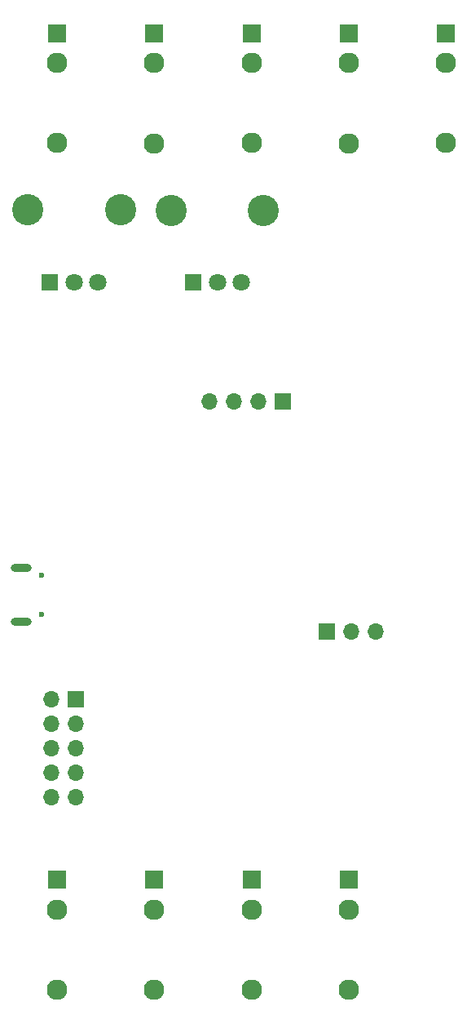
<source format=gbr>
%TF.GenerationSoftware,KiCad,Pcbnew,6.0.4-1.fc35*%
%TF.CreationDate,2022-07-20T22:04:06-04:00*%
%TF.ProjectId,vccg,76636367-2e6b-4696-9361-645f70636258,rev?*%
%TF.SameCoordinates,Original*%
%TF.FileFunction,Soldermask,Bot*%
%TF.FilePolarity,Negative*%
%FSLAX46Y46*%
G04 Gerber Fmt 4.6, Leading zero omitted, Abs format (unit mm)*
G04 Created by KiCad (PCBNEW 6.0.4-1.fc35) date 2022-07-20 22:04:06*
%MOMM*%
%LPD*%
G01*
G04 APERTURE LIST*
%ADD10C,3.240000*%
%ADD11R,1.800000X1.800000*%
%ADD12C,1.800000*%
%ADD13R,1.930000X1.830000*%
%ADD14C,2.130000*%
%ADD15R,1.700000X1.700000*%
%ADD16O,1.700000X1.700000*%
%ADD17C,0.600000*%
%ADD18O,2.150000X0.900000*%
G04 APERTURE END LIST*
D10*
%TO.C,RV2*%
X179959600Y-44534600D03*
X189559600Y-44534600D03*
D11*
X182259600Y-52034600D03*
D12*
X184759600Y-52034600D03*
X187259600Y-52034600D03*
%TD*%
D13*
%TO.C,J3*%
X203200000Y-26200000D03*
D14*
X203200000Y-37600000D03*
X203200000Y-29300000D03*
%TD*%
D13*
%TO.C,J10*%
X203200000Y-114020000D03*
D14*
X203200000Y-125420000D03*
X203200000Y-117120000D03*
%TD*%
D13*
%TO.C,J11*%
X183000000Y-114020000D03*
D14*
X183000000Y-125420000D03*
X183000000Y-117120000D03*
%TD*%
D15*
%TO.C,J6*%
X184975000Y-95295000D03*
D16*
X182435000Y-95295000D03*
X184975000Y-97835000D03*
X182435000Y-97835000D03*
X184975000Y-100375000D03*
X182435000Y-100375000D03*
X184975000Y-102915000D03*
X182435000Y-102915000D03*
X184975000Y-105455000D03*
X182435000Y-105455000D03*
%TD*%
D13*
%TO.C,J2*%
X183000000Y-26200000D03*
D14*
X183000000Y-37600000D03*
X183000000Y-29300000D03*
%TD*%
D15*
%TO.C,J7*%
X211055000Y-88260000D03*
D16*
X213595000Y-88260000D03*
X216135000Y-88260000D03*
%TD*%
D17*
%TO.C,J8*%
X181365000Y-86480400D03*
X181365000Y-82480400D03*
D18*
X179295000Y-87305400D03*
X179295000Y-81655400D03*
%TD*%
D15*
%TO.C,J9*%
X206451200Y-64439800D03*
D16*
X203911200Y-64439800D03*
X201371200Y-64439800D03*
X198831200Y-64439800D03*
%TD*%
D14*
%TO.C,J5*%
X213300000Y-29320000D03*
X213300000Y-37620000D03*
D13*
X213300000Y-26220000D03*
%TD*%
%TO.C,J13*%
X213300000Y-114020000D03*
D14*
X213300000Y-125420000D03*
X213300000Y-117120000D03*
%TD*%
%TO.C,J4*%
X223400000Y-29300000D03*
X223400000Y-37600000D03*
D13*
X223400000Y-26200000D03*
%TD*%
D10*
%TO.C,RV1*%
X204429400Y-44595400D03*
X194829400Y-44595400D03*
D11*
X197129400Y-52095400D03*
D12*
X199629400Y-52095400D03*
X202129400Y-52095400D03*
%TD*%
D13*
%TO.C,J1*%
X193100000Y-26220000D03*
D14*
X193100000Y-37620000D03*
X193100000Y-29320000D03*
%TD*%
D13*
%TO.C,J12*%
X193100000Y-114020000D03*
D14*
X193100000Y-125420000D03*
X193100000Y-117120000D03*
%TD*%
M02*

</source>
